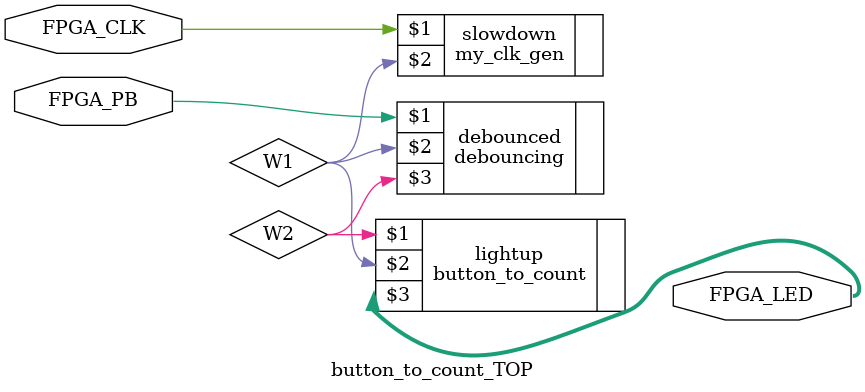
<source format=v>
`timescale 1ns / 1ps


module button_to_count_TOP(
    input FPGA_CLK,
    input FPGA_PB,
    output [7:0]FPGA_LED
    );
    
    wire W1;
    wire W2;

    my_clk_gen slowdown (FPGA_CLK, W1);
    debouncing debounced (FPGA_PB, W1, W2);
    button_to_count lightup (W2, W1, FPGA_LED);
endmodule

</source>
